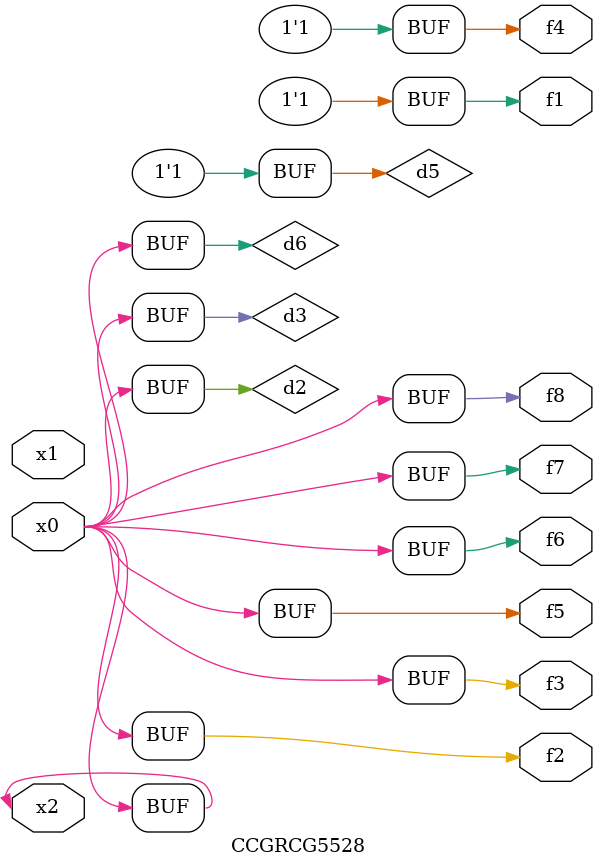
<source format=v>
module CCGRCG5528(
	input x0, x1, x2,
	output f1, f2, f3, f4, f5, f6, f7, f8
);

	wire d1, d2, d3, d4, d5, d6;

	xnor (d1, x2);
	buf (d2, x0, x2);
	and (d3, x0);
	xnor (d4, x1, x2);
	nand (d5, d1, d3);
	buf (d6, d2, d3);
	assign f1 = d5;
	assign f2 = d6;
	assign f3 = d6;
	assign f4 = d5;
	assign f5 = d6;
	assign f6 = d6;
	assign f7 = d6;
	assign f8 = d6;
endmodule

</source>
